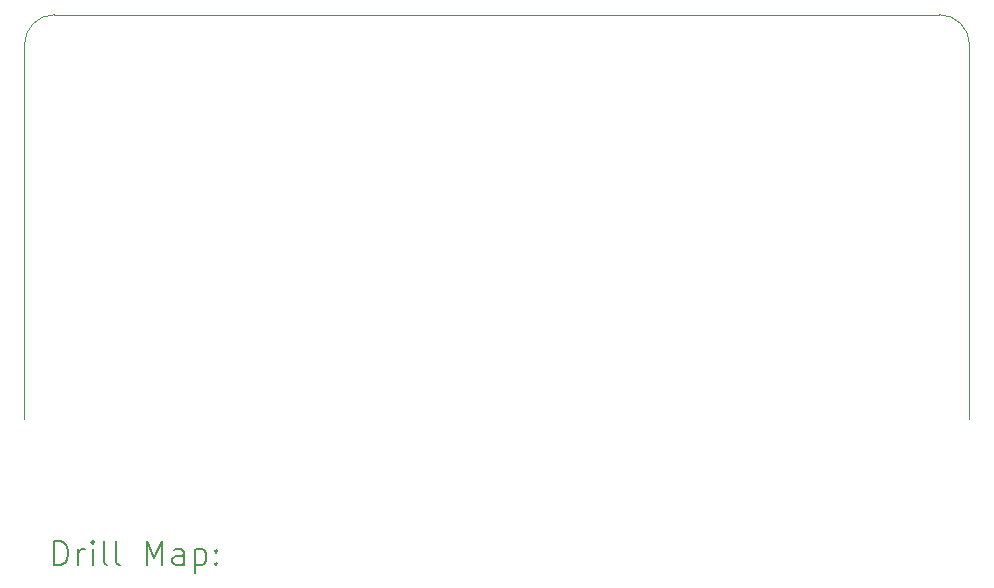
<source format=gbr>
%TF.GenerationSoftware,KiCad,Pcbnew,7.0.3*%
%TF.CreationDate,2023-05-28T22:07:41+08:00*%
%TF.ProjectId,Cartdrige,43617274-6472-4696-9765-2e6b69636164,rev?*%
%TF.SameCoordinates,Original*%
%TF.FileFunction,Drillmap*%
%TF.FilePolarity,Positive*%
%FSLAX45Y45*%
G04 Gerber Fmt 4.5, Leading zero omitted, Abs format (unit mm)*
G04 Created by KiCad (PCBNEW 7.0.3) date 2023-05-28 22:07:41*
%MOMM*%
%LPD*%
G01*
G04 APERTURE LIST*
%ADD10C,0.100000*%
%ADD11C,0.200000*%
G04 APERTURE END LIST*
D10*
X15163800Y-8661400D02*
X15165605Y-5488205D01*
X7418605Y-5234205D02*
G75*
G03*
X7164605Y-5488205I0J-254000D01*
G01*
X14911605Y-5234205D02*
X7418605Y-5234205D01*
X15165605Y-5488205D02*
G75*
G03*
X14911605Y-5234205I-253985J15D01*
G01*
X7164605Y-5488205D02*
X7162800Y-8661400D01*
D11*
X7417577Y-9893284D02*
X7417577Y-9693284D01*
X7417577Y-9693284D02*
X7465196Y-9693284D01*
X7465196Y-9693284D02*
X7493767Y-9702808D01*
X7493767Y-9702808D02*
X7512815Y-9721855D01*
X7512815Y-9721855D02*
X7522339Y-9740903D01*
X7522339Y-9740903D02*
X7531862Y-9778998D01*
X7531862Y-9778998D02*
X7531862Y-9807570D01*
X7531862Y-9807570D02*
X7522339Y-9845665D01*
X7522339Y-9845665D02*
X7512815Y-9864712D01*
X7512815Y-9864712D02*
X7493767Y-9883760D01*
X7493767Y-9883760D02*
X7465196Y-9893284D01*
X7465196Y-9893284D02*
X7417577Y-9893284D01*
X7617577Y-9893284D02*
X7617577Y-9759950D01*
X7617577Y-9798046D02*
X7627101Y-9778998D01*
X7627101Y-9778998D02*
X7636624Y-9769474D01*
X7636624Y-9769474D02*
X7655672Y-9759950D01*
X7655672Y-9759950D02*
X7674720Y-9759950D01*
X7741386Y-9893284D02*
X7741386Y-9759950D01*
X7741386Y-9693284D02*
X7731862Y-9702808D01*
X7731862Y-9702808D02*
X7741386Y-9712331D01*
X7741386Y-9712331D02*
X7750910Y-9702808D01*
X7750910Y-9702808D02*
X7741386Y-9693284D01*
X7741386Y-9693284D02*
X7741386Y-9712331D01*
X7865196Y-9893284D02*
X7846148Y-9883760D01*
X7846148Y-9883760D02*
X7836624Y-9864712D01*
X7836624Y-9864712D02*
X7836624Y-9693284D01*
X7969958Y-9893284D02*
X7950910Y-9883760D01*
X7950910Y-9883760D02*
X7941386Y-9864712D01*
X7941386Y-9864712D02*
X7941386Y-9693284D01*
X8198529Y-9893284D02*
X8198529Y-9693284D01*
X8198529Y-9693284D02*
X8265196Y-9836141D01*
X8265196Y-9836141D02*
X8331862Y-9693284D01*
X8331862Y-9693284D02*
X8331862Y-9893284D01*
X8512815Y-9893284D02*
X8512815Y-9788522D01*
X8512815Y-9788522D02*
X8503291Y-9769474D01*
X8503291Y-9769474D02*
X8484244Y-9759950D01*
X8484244Y-9759950D02*
X8446148Y-9759950D01*
X8446148Y-9759950D02*
X8427101Y-9769474D01*
X8512815Y-9883760D02*
X8493767Y-9893284D01*
X8493767Y-9893284D02*
X8446148Y-9893284D01*
X8446148Y-9893284D02*
X8427101Y-9883760D01*
X8427101Y-9883760D02*
X8417577Y-9864712D01*
X8417577Y-9864712D02*
X8417577Y-9845665D01*
X8417577Y-9845665D02*
X8427101Y-9826617D01*
X8427101Y-9826617D02*
X8446148Y-9817093D01*
X8446148Y-9817093D02*
X8493767Y-9817093D01*
X8493767Y-9817093D02*
X8512815Y-9807570D01*
X8608053Y-9759950D02*
X8608053Y-9959950D01*
X8608053Y-9769474D02*
X8627101Y-9759950D01*
X8627101Y-9759950D02*
X8665196Y-9759950D01*
X8665196Y-9759950D02*
X8684244Y-9769474D01*
X8684244Y-9769474D02*
X8693767Y-9778998D01*
X8693767Y-9778998D02*
X8703291Y-9798046D01*
X8703291Y-9798046D02*
X8703291Y-9855189D01*
X8703291Y-9855189D02*
X8693767Y-9874236D01*
X8693767Y-9874236D02*
X8684244Y-9883760D01*
X8684244Y-9883760D02*
X8665196Y-9893284D01*
X8665196Y-9893284D02*
X8627101Y-9893284D01*
X8627101Y-9893284D02*
X8608053Y-9883760D01*
X8789005Y-9874236D02*
X8798529Y-9883760D01*
X8798529Y-9883760D02*
X8789005Y-9893284D01*
X8789005Y-9893284D02*
X8779482Y-9883760D01*
X8779482Y-9883760D02*
X8789005Y-9874236D01*
X8789005Y-9874236D02*
X8789005Y-9893284D01*
X8789005Y-9769474D02*
X8798529Y-9778998D01*
X8798529Y-9778998D02*
X8789005Y-9788522D01*
X8789005Y-9788522D02*
X8779482Y-9778998D01*
X8779482Y-9778998D02*
X8789005Y-9769474D01*
X8789005Y-9769474D02*
X8789005Y-9788522D01*
M02*

</source>
